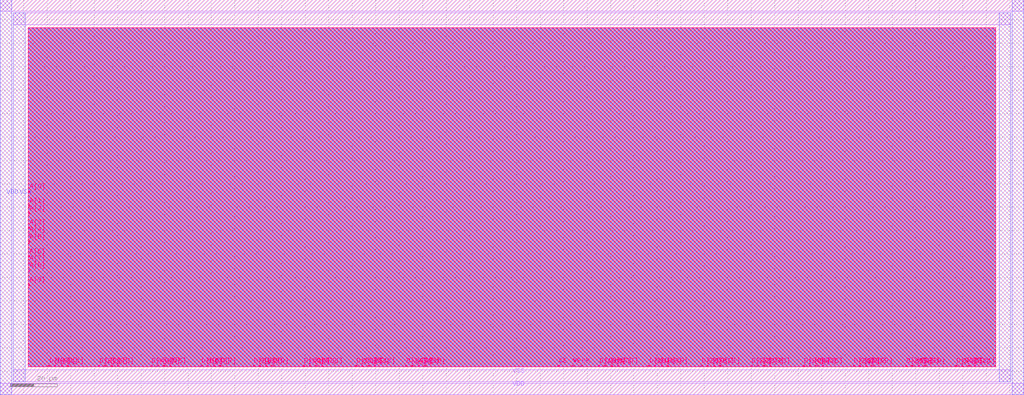
<source format=lef>
VERSION 5.6 ;
BUSBITCHARS "[]" ;
DIVIDERCHAR "/" ;

MACRO MEM1_1024X32
  CLASS BLOCK ;
  ORIGIN 0 0 ;
  FOREIGN MEM1_1024X32 0 0 ;
  SIZE 436.145 BY 168.5 ;
  SYMMETRY X Y R90 ;
  PIN A[0]
    DIRECTION INPUT ;
    USE SIGNAL ;
    PORT
      LAYER Metal5 ;
        RECT 12 86.31 12.66 86.97 ;
      LAYER Metal6 ;
        RECT 12 86.31 12.66 86.97 ;
      LAYER Metal3 ;
        RECT 12 86.31 12.66 86.97 ;
      LAYER Metal4 ;
        RECT 12 86.31 12.66 86.97 ;
    END
  END A[0]
  PIN A[1]
    DIRECTION INPUT ;
    USE SIGNAL ;
    PORT
      LAYER Metal5 ;
        RECT 12 80.19 12.66 80.85 ;
      LAYER Metal6 ;
        RECT 12 80.19 12.66 80.85 ;
      LAYER Metal3 ;
        RECT 12 80.19 12.66 80.85 ;
      LAYER Metal4 ;
        RECT 12 80.19 12.66 80.85 ;
    END
  END A[1]
  PIN A[2]
    DIRECTION INPUT ;
    USE SIGNAL ;
    PORT
      LAYER Metal5 ;
        RECT 12 77.09 12.66 77.75 ;
      LAYER Metal6 ;
        RECT 12 77.09 12.66 77.75 ;
      LAYER Metal3 ;
        RECT 12 77.09 12.66 77.75 ;
      LAYER Metal4 ;
        RECT 12 77.09 12.66 77.75 ;
    END
  END A[2]
  PIN A[3]
    DIRECTION INPUT ;
    USE SIGNAL ;
    PORT
      LAYER Metal5 ;
        RECT 12 70.97 12.66 71.63 ;
      LAYER Metal6 ;
        RECT 12 70.97 12.66 71.63 ;
      LAYER Metal3 ;
        RECT 12 70.97 12.66 71.63 ;
      LAYER Metal4 ;
        RECT 12 70.97 12.66 71.63 ;
    END
  END A[3]
  PIN A[4]
    DIRECTION INPUT ;
    USE SIGNAL ;
    PORT
      LAYER Metal5 ;
        RECT 12 67.95 12.66 68.61 ;
      LAYER Metal6 ;
        RECT 12 67.95 12.66 68.61 ;
      LAYER Metal3 ;
        RECT 12 67.95 12.66 68.61 ;
      LAYER Metal4 ;
        RECT 12 67.95 12.66 68.61 ;
    END
  END A[4]
  PIN A[5]
    DIRECTION INPUT ;
    USE SIGNAL ;
    PORT
      LAYER Metal5 ;
        RECT 12 64.85 12.66 65.51 ;
      LAYER Metal6 ;
        RECT 12 64.85 12.66 65.51 ;
      LAYER Metal3 ;
        RECT 12 64.85 12.66 65.51 ;
      LAYER Metal4 ;
        RECT 12 64.85 12.66 65.51 ;
    END
  END A[5]
  PIN A[6]
    DIRECTION INPUT ;
    USE SIGNAL ;
    PORT
      LAYER Metal5 ;
        RECT 12 58.73 12.66 59.39 ;
      LAYER Metal6 ;
        RECT 12 58.73 12.66 59.39 ;
      LAYER Metal3 ;
        RECT 12 58.73 12.66 59.39 ;
      LAYER Metal4 ;
        RECT 12 58.73 12.66 59.39 ;
    END
  END A[6]
  PIN A[7]
    DIRECTION INPUT ;
    USE SIGNAL ;
    PORT
      LAYER Metal5 ;
        RECT 12 55.71 12.66 56.37 ;
      LAYER Metal6 ;
        RECT 12 55.71 12.66 56.37 ;
      LAYER Metal3 ;
        RECT 12 55.71 12.66 56.37 ;
      LAYER Metal4 ;
        RECT 12 55.71 12.66 56.37 ;
    END
  END A[7]
  PIN A[8]
    DIRECTION INPUT ;
    USE SIGNAL ;
    PORT
      LAYER Metal5 ;
        RECT 12 52.61 12.66 53.27 ;
      LAYER Metal6 ;
        RECT 12 52.61 12.66 53.27 ;
      LAYER Metal3 ;
        RECT 12 52.61 12.66 53.27 ;
      LAYER Metal4 ;
        RECT 12 52.61 12.66 53.27 ;
    END
  END A[8]
  PIN A[9]
    DIRECTION INPUT ;
    USE SIGNAL ;
    PORT
      LAYER Metal5 ;
        RECT 12 46.49 12.66 47.15 ;
      LAYER Metal6 ;
        RECT 12 46.49 12.66 47.15 ;
      LAYER Metal3 ;
        RECT 12 46.49 12.66 47.15 ;
      LAYER Metal4 ;
        RECT 12 46.49 12.66 47.15 ;
    END
  END A[9]
  PIN CE
    DIRECTION INPUT ;
    USE SIGNAL ;
    PORT
      LAYER Metal5 ;
        RECT 237.615 12 238.275 12.66 ;
      LAYER Metal6 ;
        RECT 237.615 12 238.275 12.66 ;
      LAYER Metal3 ;
        RECT 237.615 12 238.275 12.66 ;
      LAYER Metal4 ;
        RECT 237.615 12 238.275 12.66 ;
    END
  END CE
  PIN CK
    DIRECTION INPUT ;
    USE CLOCK ;
    PORT
      LAYER Metal5 ;
        RECT 247.36 12 248.02 12.66 ;
      LAYER Metal6 ;
        RECT 247.36 12 248.02 12.66 ;
      LAYER Metal3 ;
        RECT 247.36 12 248.02 12.66 ;
      LAYER Metal4 ;
        RECT 247.36 12 248.02 12.66 ;
    END
  END CK
  PIN D[0]
    DIRECTION INPUT ;
    USE SIGNAL ;
    PORT
      LAYER Metal5 ;
        RECT 20.48 12 21.14 12.66 ;
      LAYER Metal6 ;
        RECT 20.48 12 21.14 12.66 ;
      LAYER Metal3 ;
        RECT 20.48 12 21.14 12.66 ;
      LAYER Metal4 ;
        RECT 20.48 12 21.14 12.66 ;
    END
  END D[0]
  PIN D[10]
    DIRECTION INPUT ;
    USE SIGNAL ;
    PORT
      LAYER Metal5 ;
        RECT 129 12 129.66 12.66 ;
      LAYER Metal6 ;
        RECT 129 12 129.66 12.66 ;
      LAYER Metal3 ;
        RECT 129 12 129.66 12.66 ;
      LAYER Metal4 ;
        RECT 129 12 129.66 12.66 ;
    END
  END D[10]
  PIN D[11]
    DIRECTION INPUT ;
    USE SIGNAL ;
    PORT
      LAYER Metal5 ;
        RECT 137.04 12 137.7 12.66 ;
      LAYER Metal6 ;
        RECT 137.04 12 137.7 12.66 ;
      LAYER Metal3 ;
        RECT 137.04 12 137.7 12.66 ;
      LAYER Metal4 ;
        RECT 137.04 12 137.7 12.66 ;
    END
  END D[11]
  PIN D[12]
    DIRECTION INPUT ;
    USE SIGNAL ;
    PORT
      LAYER Metal5 ;
        RECT 151.34 12 152 12.66 ;
      LAYER Metal6 ;
        RECT 151.34 12 152 12.66 ;
      LAYER Metal3 ;
        RECT 151.34 12 152 12.66 ;
      LAYER Metal4 ;
        RECT 151.34 12 152 12.66 ;
    END
  END D[12]
  PIN D[13]
    DIRECTION INPUT ;
    USE SIGNAL ;
    PORT
      LAYER Metal5 ;
        RECT 159.38 12 160.04 12.66 ;
      LAYER Metal6 ;
        RECT 159.38 12 160.04 12.66 ;
      LAYER Metal3 ;
        RECT 159.38 12 160.04 12.66 ;
      LAYER Metal4 ;
        RECT 159.38 12 160.04 12.66 ;
    END
  END D[13]
  PIN D[14]
    DIRECTION INPUT ;
    USE SIGNAL ;
    PORT
      LAYER Metal5 ;
        RECT 172.62 12 173.28 12.66 ;
      LAYER Metal6 ;
        RECT 172.62 12 173.28 12.66 ;
      LAYER Metal3 ;
        RECT 172.62 12 173.28 12.66 ;
      LAYER Metal4 ;
        RECT 172.62 12 173.28 12.66 ;
    END
  END D[14]
  PIN D[15]
    DIRECTION INPUT ;
    USE SIGNAL ;
    PORT
      LAYER Metal5 ;
        RECT 180.66 12 181.32 12.66 ;
      LAYER Metal6 ;
        RECT 180.66 12 181.32 12.66 ;
      LAYER Metal3 ;
        RECT 180.66 12 181.32 12.66 ;
      LAYER Metal4 ;
        RECT 180.66 12 181.32 12.66 ;
    END
  END D[15]
  PIN D[16]
    DIRECTION INPUT ;
    USE SIGNAL ;
    PORT
      LAYER Metal5 ;
        RECT 254.825 12 255.485 12.66 ;
      LAYER Metal6 ;
        RECT 254.825 12 255.485 12.66 ;
      LAYER Metal3 ;
        RECT 254.825 12 255.485 12.66 ;
      LAYER Metal4 ;
        RECT 254.825 12 255.485 12.66 ;
    END
  END D[16]
  PIN D[17]
    DIRECTION INPUT ;
    USE SIGNAL ;
    PORT
      LAYER Metal5 ;
        RECT 262.865 12 263.525 12.66 ;
      LAYER Metal6 ;
        RECT 262.865 12 263.525 12.66 ;
      LAYER Metal3 ;
        RECT 262.865 12 263.525 12.66 ;
      LAYER Metal4 ;
        RECT 262.865 12 263.525 12.66 ;
    END
  END D[17]
  PIN D[18]
    DIRECTION INPUT ;
    USE SIGNAL ;
    PORT
      LAYER Metal5 ;
        RECT 276.105 12 276.765 12.66 ;
      LAYER Metal6 ;
        RECT 276.105 12 276.765 12.66 ;
      LAYER Metal3 ;
        RECT 276.105 12 276.765 12.66 ;
      LAYER Metal4 ;
        RECT 276.105 12 276.765 12.66 ;
    END
  END D[18]
  PIN D[19]
    DIRECTION INPUT ;
    USE SIGNAL ;
    PORT
      LAYER Metal5 ;
        RECT 284.145 12 284.805 12.66 ;
      LAYER Metal6 ;
        RECT 284.145 12 284.805 12.66 ;
      LAYER Metal3 ;
        RECT 284.145 12 284.805 12.66 ;
      LAYER Metal4 ;
        RECT 284.145 12 284.805 12.66 ;
    END
  END D[19]
  PIN D[1]
    DIRECTION INPUT ;
    USE SIGNAL ;
    PORT
      LAYER Metal5 ;
        RECT 28.52 12 29.18 12.66 ;
      LAYER Metal6 ;
        RECT 28.52 12 29.18 12.66 ;
      LAYER Metal3 ;
        RECT 28.52 12 29.18 12.66 ;
      LAYER Metal4 ;
        RECT 28.52 12 29.18 12.66 ;
    END
  END D[1]
  PIN D[20]
    DIRECTION INPUT ;
    USE SIGNAL ;
    PORT
      LAYER Metal5 ;
        RECT 298.445 12 299.105 12.66 ;
      LAYER Metal6 ;
        RECT 298.445 12 299.105 12.66 ;
      LAYER Metal3 ;
        RECT 298.445 12 299.105 12.66 ;
      LAYER Metal4 ;
        RECT 298.445 12 299.105 12.66 ;
    END
  END D[20]
  PIN D[21]
    DIRECTION INPUT ;
    USE SIGNAL ;
    PORT
      LAYER Metal5 ;
        RECT 306.485 12 307.145 12.66 ;
      LAYER Metal6 ;
        RECT 306.485 12 307.145 12.66 ;
      LAYER Metal3 ;
        RECT 306.485 12 307.145 12.66 ;
      LAYER Metal4 ;
        RECT 306.485 12 307.145 12.66 ;
    END
  END D[21]
  PIN D[22]
    DIRECTION INPUT ;
    USE SIGNAL ;
    PORT
      LAYER Metal5 ;
        RECT 319.725 12 320.385 12.66 ;
      LAYER Metal6 ;
        RECT 319.725 12 320.385 12.66 ;
      LAYER Metal3 ;
        RECT 319.725 12 320.385 12.66 ;
      LAYER Metal4 ;
        RECT 319.725 12 320.385 12.66 ;
    END
  END D[22]
  PIN D[23]
    DIRECTION INPUT ;
    USE SIGNAL ;
    PORT
      LAYER Metal5 ;
        RECT 327.765 12 328.425 12.66 ;
      LAYER Metal6 ;
        RECT 327.765 12 328.425 12.66 ;
      LAYER Metal3 ;
        RECT 327.765 12 328.425 12.66 ;
      LAYER Metal4 ;
        RECT 327.765 12 328.425 12.66 ;
    END
  END D[23]
  PIN D[24]
    DIRECTION INPUT ;
    USE SIGNAL ;
    PORT
      LAYER Metal5 ;
        RECT 342.065 12 342.725 12.66 ;
      LAYER Metal6 ;
        RECT 342.065 12 342.725 12.66 ;
      LAYER Metal3 ;
        RECT 342.065 12 342.725 12.66 ;
      LAYER Metal4 ;
        RECT 342.065 12 342.725 12.66 ;
    END
  END D[24]
  PIN D[25]
    DIRECTION INPUT ;
    USE SIGNAL ;
    PORT
      LAYER Metal5 ;
        RECT 350.105 12 350.765 12.66 ;
      LAYER Metal6 ;
        RECT 350.105 12 350.765 12.66 ;
      LAYER Metal3 ;
        RECT 350.105 12 350.765 12.66 ;
      LAYER Metal4 ;
        RECT 350.105 12 350.765 12.66 ;
    END
  END D[25]
  PIN D[26]
    DIRECTION INPUT ;
    USE SIGNAL ;
    PORT
      LAYER Metal5 ;
        RECT 363.345 12 364.005 12.66 ;
      LAYER Metal6 ;
        RECT 363.345 12 364.005 12.66 ;
      LAYER Metal3 ;
        RECT 363.345 12 364.005 12.66 ;
      LAYER Metal4 ;
        RECT 363.345 12 364.005 12.66 ;
    END
  END D[26]
  PIN D[27]
    DIRECTION INPUT ;
    USE SIGNAL ;
    PORT
      LAYER Metal5 ;
        RECT 371.385 12 372.045 12.66 ;
      LAYER Metal6 ;
        RECT 371.385 12 372.045 12.66 ;
      LAYER Metal3 ;
        RECT 371.385 12 372.045 12.66 ;
      LAYER Metal4 ;
        RECT 371.385 12 372.045 12.66 ;
    END
  END D[27]
  PIN D[28]
    DIRECTION INPUT ;
    USE SIGNAL ;
    PORT
      LAYER Metal5 ;
        RECT 385.685 12 386.345 12.66 ;
      LAYER Metal6 ;
        RECT 385.685 12 386.345 12.66 ;
      LAYER Metal3 ;
        RECT 385.685 12 386.345 12.66 ;
      LAYER Metal4 ;
        RECT 385.685 12 386.345 12.66 ;
    END
  END D[28]
  PIN D[29]
    DIRECTION INPUT ;
    USE SIGNAL ;
    PORT
      LAYER Metal5 ;
        RECT 393.725 12 394.385 12.66 ;
      LAYER Metal6 ;
        RECT 393.725 12 394.385 12.66 ;
      LAYER Metal3 ;
        RECT 393.725 12 394.385 12.66 ;
      LAYER Metal4 ;
        RECT 393.725 12 394.385 12.66 ;
    END
  END D[29]
  PIN D[2]
    DIRECTION INPUT ;
    USE SIGNAL ;
    PORT
      LAYER Metal5 ;
        RECT 41.76 12 42.42 12.66 ;
      LAYER Metal6 ;
        RECT 41.76 12 42.42 12.66 ;
      LAYER Metal3 ;
        RECT 41.76 12 42.42 12.66 ;
      LAYER Metal4 ;
        RECT 41.76 12 42.42 12.66 ;
    END
  END D[2]
  PIN D[30]
    DIRECTION INPUT ;
    USE SIGNAL ;
    PORT
      LAYER Metal5 ;
        RECT 406.965 12 407.625 12.66 ;
      LAYER Metal6 ;
        RECT 406.965 12 407.625 12.66 ;
      LAYER Metal3 ;
        RECT 406.965 12 407.625 12.66 ;
      LAYER Metal4 ;
        RECT 406.965 12 407.625 12.66 ;
    END
  END D[30]
  PIN D[31]
    DIRECTION INPUT ;
    USE SIGNAL ;
    PORT
      LAYER Metal5 ;
        RECT 415.005 12 415.665 12.66 ;
      LAYER Metal6 ;
        RECT 415.005 12 415.665 12.66 ;
      LAYER Metal3 ;
        RECT 415.005 12 415.665 12.66 ;
      LAYER Metal4 ;
        RECT 415.005 12 415.665 12.66 ;
    END
  END D[31]
  PIN D[3]
    DIRECTION INPUT ;
    USE SIGNAL ;
    PORT
      LAYER Metal5 ;
        RECT 49.8 12 50.46 12.66 ;
      LAYER Metal6 ;
        RECT 49.8 12 50.46 12.66 ;
      LAYER Metal3 ;
        RECT 49.8 12 50.46 12.66 ;
      LAYER Metal4 ;
        RECT 49.8 12 50.46 12.66 ;
    END
  END D[3]
  PIN D[4]
    DIRECTION INPUT ;
    USE SIGNAL ;
    PORT
      LAYER Metal5 ;
        RECT 64.1 12 64.76 12.66 ;
      LAYER Metal6 ;
        RECT 64.1 12 64.76 12.66 ;
      LAYER Metal3 ;
        RECT 64.1 12 64.76 12.66 ;
      LAYER Metal4 ;
        RECT 64.1 12 64.76 12.66 ;
    END
  END D[4]
  PIN D[5]
    DIRECTION INPUT ;
    USE SIGNAL ;
    PORT
      LAYER Metal5 ;
        RECT 72.14 12 72.8 12.66 ;
      LAYER Metal6 ;
        RECT 72.14 12 72.8 12.66 ;
      LAYER Metal3 ;
        RECT 72.14 12 72.8 12.66 ;
      LAYER Metal4 ;
        RECT 72.14 12 72.8 12.66 ;
    END
  END D[5]
  PIN D[6]
    DIRECTION INPUT ;
    USE SIGNAL ;
    PORT
      LAYER Metal5 ;
        RECT 85.38 12 86.04 12.66 ;
      LAYER Metal6 ;
        RECT 85.38 12 86.04 12.66 ;
      LAYER Metal3 ;
        RECT 85.38 12 86.04 12.66 ;
      LAYER Metal4 ;
        RECT 85.38 12 86.04 12.66 ;
    END
  END D[6]
  PIN D[7]
    DIRECTION INPUT ;
    USE SIGNAL ;
    PORT
      LAYER Metal5 ;
        RECT 93.42 12 94.08 12.66 ;
      LAYER Metal6 ;
        RECT 93.42 12 94.08 12.66 ;
      LAYER Metal3 ;
        RECT 93.42 12 94.08 12.66 ;
      LAYER Metal4 ;
        RECT 93.42 12 94.08 12.66 ;
    END
  END D[7]
  PIN D[8]
    DIRECTION INPUT ;
    USE SIGNAL ;
    PORT
      LAYER Metal5 ;
        RECT 107.72 12 108.38 12.66 ;
      LAYER Metal6 ;
        RECT 107.72 12 108.38 12.66 ;
      LAYER Metal3 ;
        RECT 107.72 12 108.38 12.66 ;
      LAYER Metal4 ;
        RECT 107.72 12 108.38 12.66 ;
    END
  END D[8]
  PIN D[9]
    DIRECTION INPUT ;
    USE SIGNAL ;
    PORT
      LAYER Metal5 ;
        RECT 115.76 12 116.42 12.66 ;
      LAYER Metal6 ;
        RECT 115.76 12 116.42 12.66 ;
      LAYER Metal3 ;
        RECT 115.76 12 116.42 12.66 ;
      LAYER Metal4 ;
        RECT 115.76 12 116.42 12.66 ;
    END
  END D[9]
  PIN Q[0]
    DIRECTION OUTPUT ;
    USE SIGNAL ;
    PORT
      LAYER Metal5 ;
        RECT 23.06 12 23.72 12.66 ;
      LAYER Metal6 ;
        RECT 23.06 12 23.72 12.66 ;
      LAYER Metal3 ;
        RECT 23.06 12 23.72 12.66 ;
      LAYER Metal4 ;
        RECT 23.06 12 23.72 12.66 ;
    END
  END Q[0]
  PIN Q[10]
    DIRECTION OUTPUT ;
    USE SIGNAL ;
    PORT
      LAYER Metal5 ;
        RECT 131.58 12 132.24 12.66 ;
      LAYER Metal6 ;
        RECT 131.58 12 132.24 12.66 ;
      LAYER Metal3 ;
        RECT 131.58 12 132.24 12.66 ;
      LAYER Metal4 ;
        RECT 131.58 12 132.24 12.66 ;
    END
  END Q[10]
  PIN Q[11]
    DIRECTION OUTPUT ;
    USE SIGNAL ;
    PORT
      LAYER Metal5 ;
        RECT 134.46 12 135.12 12.66 ;
      LAYER Metal6 ;
        RECT 134.46 12 135.12 12.66 ;
      LAYER Metal3 ;
        RECT 134.46 12 135.12 12.66 ;
      LAYER Metal4 ;
        RECT 134.46 12 135.12 12.66 ;
    END
  END Q[11]
  PIN Q[12]
    DIRECTION OUTPUT ;
    USE SIGNAL ;
    PORT
      LAYER Metal5 ;
        RECT 153.92 12 154.58 12.66 ;
      LAYER Metal6 ;
        RECT 153.92 12 154.58 12.66 ;
      LAYER Metal3 ;
        RECT 153.92 12 154.58 12.66 ;
      LAYER Metal4 ;
        RECT 153.92 12 154.58 12.66 ;
    END
  END Q[12]
  PIN Q[13]
    DIRECTION OUTPUT ;
    USE SIGNAL ;
    PORT
      LAYER Metal5 ;
        RECT 156.8 12 157.46 12.66 ;
      LAYER Metal6 ;
        RECT 156.8 12 157.46 12.66 ;
      LAYER Metal3 ;
        RECT 156.8 12 157.46 12.66 ;
      LAYER Metal4 ;
        RECT 156.8 12 157.46 12.66 ;
    END
  END Q[13]
  PIN Q[14]
    DIRECTION OUTPUT ;
    USE SIGNAL ;
    PORT
      LAYER Metal5 ;
        RECT 175.2 12 175.86 12.66 ;
      LAYER Metal6 ;
        RECT 175.2 12 175.86 12.66 ;
      LAYER Metal3 ;
        RECT 175.2 12 175.86 12.66 ;
      LAYER Metal4 ;
        RECT 175.2 12 175.86 12.66 ;
    END
  END Q[14]
  PIN Q[15]
    DIRECTION OUTPUT ;
    USE SIGNAL ;
    PORT
      LAYER Metal5 ;
        RECT 178.08 12 178.74 12.66 ;
      LAYER Metal6 ;
        RECT 178.08 12 178.74 12.66 ;
      LAYER Metal3 ;
        RECT 178.08 12 178.74 12.66 ;
      LAYER Metal4 ;
        RECT 178.08 12 178.74 12.66 ;
    END
  END Q[15]
  PIN Q[16]
    DIRECTION OUTPUT ;
    USE SIGNAL ;
    PORT
      LAYER Metal5 ;
        RECT 257.405 12 258.065 12.66 ;
      LAYER Metal6 ;
        RECT 257.405 12 258.065 12.66 ;
      LAYER Metal3 ;
        RECT 257.405 12 258.065 12.66 ;
      LAYER Metal4 ;
        RECT 257.405 12 258.065 12.66 ;
    END
  END Q[16]
  PIN Q[17]
    DIRECTION OUTPUT ;
    USE SIGNAL ;
    PORT
      LAYER Metal5 ;
        RECT 260.285 12 260.945 12.66 ;
      LAYER Metal6 ;
        RECT 260.285 12 260.945 12.66 ;
      LAYER Metal3 ;
        RECT 260.285 12 260.945 12.66 ;
      LAYER Metal4 ;
        RECT 260.285 12 260.945 12.66 ;
    END
  END Q[17]
  PIN Q[18]
    DIRECTION OUTPUT ;
    USE SIGNAL ;
    PORT
      LAYER Metal5 ;
        RECT 278.685 12 279.345 12.66 ;
      LAYER Metal6 ;
        RECT 278.685 12 279.345 12.66 ;
      LAYER Metal3 ;
        RECT 278.685 12 279.345 12.66 ;
      LAYER Metal4 ;
        RECT 278.685 12 279.345 12.66 ;
    END
  END Q[18]
  PIN Q[19]
    DIRECTION OUTPUT ;
    USE SIGNAL ;
    PORT
      LAYER Metal5 ;
        RECT 281.565 12 282.225 12.66 ;
      LAYER Metal6 ;
        RECT 281.565 12 282.225 12.66 ;
      LAYER Metal3 ;
        RECT 281.565 12 282.225 12.66 ;
      LAYER Metal4 ;
        RECT 281.565 12 282.225 12.66 ;
    END
  END Q[19]
  PIN Q[1]
    DIRECTION OUTPUT ;
    USE SIGNAL ;
    PORT
      LAYER Metal5 ;
        RECT 25.94 12 26.6 12.66 ;
      LAYER Metal6 ;
        RECT 25.94 12 26.6 12.66 ;
      LAYER Metal3 ;
        RECT 25.94 12 26.6 12.66 ;
      LAYER Metal4 ;
        RECT 25.94 12 26.6 12.66 ;
    END
  END Q[1]
  PIN Q[20]
    DIRECTION OUTPUT ;
    USE SIGNAL ;
    PORT
      LAYER Metal5 ;
        RECT 301.025 12 301.685 12.66 ;
      LAYER Metal6 ;
        RECT 301.025 12 301.685 12.66 ;
      LAYER Metal3 ;
        RECT 301.025 12 301.685 12.66 ;
      LAYER Metal4 ;
        RECT 301.025 12 301.685 12.66 ;
    END
  END Q[20]
  PIN Q[21]
    DIRECTION OUTPUT ;
    USE SIGNAL ;
    PORT
      LAYER Metal5 ;
        RECT 303.905 12 304.565 12.66 ;
      LAYER Metal6 ;
        RECT 303.905 12 304.565 12.66 ;
      LAYER Metal3 ;
        RECT 303.905 12 304.565 12.66 ;
      LAYER Metal4 ;
        RECT 303.905 12 304.565 12.66 ;
    END
  END Q[21]
  PIN Q[22]
    DIRECTION OUTPUT ;
    USE SIGNAL ;
    PORT
      LAYER Metal5 ;
        RECT 322.305 12 322.965 12.66 ;
      LAYER Metal6 ;
        RECT 322.305 12 322.965 12.66 ;
      LAYER Metal3 ;
        RECT 322.305 12 322.965 12.66 ;
      LAYER Metal4 ;
        RECT 322.305 12 322.965 12.66 ;
    END
  END Q[22]
  PIN Q[23]
    DIRECTION OUTPUT ;
    USE SIGNAL ;
    PORT
      LAYER Metal5 ;
        RECT 325.185 12 325.845 12.66 ;
      LAYER Metal6 ;
        RECT 325.185 12 325.845 12.66 ;
      LAYER Metal3 ;
        RECT 325.185 12 325.845 12.66 ;
      LAYER Metal4 ;
        RECT 325.185 12 325.845 12.66 ;
    END
  END Q[23]
  PIN Q[24]
    DIRECTION OUTPUT ;
    USE SIGNAL ;
    PORT
      LAYER Metal5 ;
        RECT 344.645 12 345.305 12.66 ;
      LAYER Metal6 ;
        RECT 344.645 12 345.305 12.66 ;
      LAYER Metal3 ;
        RECT 344.645 12 345.305 12.66 ;
      LAYER Metal4 ;
        RECT 344.645 12 345.305 12.66 ;
    END
  END Q[24]
  PIN Q[25]
    DIRECTION OUTPUT ;
    USE SIGNAL ;
    PORT
      LAYER Metal5 ;
        RECT 347.525 12 348.185 12.66 ;
      LAYER Metal6 ;
        RECT 347.525 12 348.185 12.66 ;
      LAYER Metal3 ;
        RECT 347.525 12 348.185 12.66 ;
      LAYER Metal4 ;
        RECT 347.525 12 348.185 12.66 ;
    END
  END Q[25]
  PIN Q[26]
    DIRECTION OUTPUT ;
    USE SIGNAL ;
    PORT
      LAYER Metal5 ;
        RECT 365.925 12 366.585 12.66 ;
      LAYER Metal6 ;
        RECT 365.925 12 366.585 12.66 ;
      LAYER Metal3 ;
        RECT 365.925 12 366.585 12.66 ;
      LAYER Metal4 ;
        RECT 365.925 12 366.585 12.66 ;
    END
  END Q[26]
  PIN Q[27]
    DIRECTION OUTPUT ;
    USE SIGNAL ;
    PORT
      LAYER Metal5 ;
        RECT 368.805 12 369.465 12.66 ;
      LAYER Metal6 ;
        RECT 368.805 12 369.465 12.66 ;
      LAYER Metal3 ;
        RECT 368.805 12 369.465 12.66 ;
      LAYER Metal4 ;
        RECT 368.805 12 369.465 12.66 ;
    END
  END Q[27]
  PIN Q[28]
    DIRECTION OUTPUT ;
    USE SIGNAL ;
    PORT
      LAYER Metal5 ;
        RECT 388.265 12 388.925 12.66 ;
      LAYER Metal6 ;
        RECT 388.265 12 388.925 12.66 ;
      LAYER Metal3 ;
        RECT 388.265 12 388.925 12.66 ;
      LAYER Metal4 ;
        RECT 388.265 12 388.925 12.66 ;
    END
  END Q[28]
  PIN Q[29]
    DIRECTION OUTPUT ;
    USE SIGNAL ;
    PORT
      LAYER Metal5 ;
        RECT 391.145 12 391.805 12.66 ;
      LAYER Metal6 ;
        RECT 391.145 12 391.805 12.66 ;
      LAYER Metal3 ;
        RECT 391.145 12 391.805 12.66 ;
      LAYER Metal4 ;
        RECT 391.145 12 391.805 12.66 ;
    END
  END Q[29]
  PIN Q[2]
    DIRECTION OUTPUT ;
    USE SIGNAL ;
    PORT
      LAYER Metal5 ;
        RECT 44.34 12 45 12.66 ;
      LAYER Metal6 ;
        RECT 44.34 12 45 12.66 ;
      LAYER Metal3 ;
        RECT 44.34 12 45 12.66 ;
      LAYER Metal4 ;
        RECT 44.34 12 45 12.66 ;
    END
  END Q[2]
  PIN Q[30]
    DIRECTION OUTPUT ;
    USE SIGNAL ;
    PORT
      LAYER Metal5 ;
        RECT 409.545 12 410.205 12.66 ;
      LAYER Metal6 ;
        RECT 409.545 12 410.205 12.66 ;
      LAYER Metal3 ;
        RECT 409.545 12 410.205 12.66 ;
      LAYER Metal4 ;
        RECT 409.545 12 410.205 12.66 ;
    END
  END Q[30]
  PIN Q[31]
    DIRECTION OUTPUT ;
    USE SIGNAL ;
    PORT
      LAYER Metal5 ;
        RECT 412.425 12 413.085 12.66 ;
      LAYER Metal6 ;
        RECT 412.425 12 413.085 12.66 ;
      LAYER Metal3 ;
        RECT 412.425 12 413.085 12.66 ;
      LAYER Metal4 ;
        RECT 412.425 12 413.085 12.66 ;
    END
  END Q[31]
  PIN Q[3]
    DIRECTION OUTPUT ;
    USE SIGNAL ;
    PORT
      LAYER Metal5 ;
        RECT 47.22 12 47.88 12.66 ;
      LAYER Metal6 ;
        RECT 47.22 12 47.88 12.66 ;
      LAYER Metal3 ;
        RECT 47.22 12 47.88 12.66 ;
      LAYER Metal4 ;
        RECT 47.22 12 47.88 12.66 ;
    END
  END Q[3]
  PIN Q[4]
    DIRECTION OUTPUT ;
    USE SIGNAL ;
    PORT
      LAYER Metal5 ;
        RECT 66.68 12 67.34 12.66 ;
      LAYER Metal6 ;
        RECT 66.68 12 67.34 12.66 ;
      LAYER Metal3 ;
        RECT 66.68 12 67.34 12.66 ;
      LAYER Metal4 ;
        RECT 66.68 12 67.34 12.66 ;
    END
  END Q[4]
  PIN Q[5]
    DIRECTION OUTPUT ;
    USE SIGNAL ;
    PORT
      LAYER Metal5 ;
        RECT 69.56 12 70.22 12.66 ;
      LAYER Metal6 ;
        RECT 69.56 12 70.22 12.66 ;
      LAYER Metal3 ;
        RECT 69.56 12 70.22 12.66 ;
      LAYER Metal4 ;
        RECT 69.56 12 70.22 12.66 ;
    END
  END Q[5]
  PIN Q[6]
    DIRECTION OUTPUT ;
    USE SIGNAL ;
    PORT
      LAYER Metal5 ;
        RECT 87.96 12 88.62 12.66 ;
      LAYER Metal6 ;
        RECT 87.96 12 88.62 12.66 ;
      LAYER Metal3 ;
        RECT 87.96 12 88.62 12.66 ;
      LAYER Metal4 ;
        RECT 87.96 12 88.62 12.66 ;
    END
  END Q[6]
  PIN Q[7]
    DIRECTION OUTPUT ;
    USE SIGNAL ;
    PORT
      LAYER Metal5 ;
        RECT 90.84 12 91.5 12.66 ;
      LAYER Metal6 ;
        RECT 90.84 12 91.5 12.66 ;
      LAYER Metal3 ;
        RECT 90.84 12 91.5 12.66 ;
      LAYER Metal4 ;
        RECT 90.84 12 91.5 12.66 ;
    END
  END Q[7]
  PIN Q[8]
    DIRECTION OUTPUT ;
    USE SIGNAL ;
    PORT
      LAYER Metal5 ;
        RECT 110.3 12 110.96 12.66 ;
      LAYER Metal6 ;
        RECT 110.3 12 110.96 12.66 ;
      LAYER Metal3 ;
        RECT 110.3 12 110.96 12.66 ;
      LAYER Metal4 ;
        RECT 110.3 12 110.96 12.66 ;
    END
  END Q[8]
  PIN Q[9]
    DIRECTION OUTPUT ;
    USE SIGNAL ;
    PORT
      LAYER Metal5 ;
        RECT 113.18 12 113.84 12.66 ;
      LAYER Metal6 ;
        RECT 113.18 12 113.84 12.66 ;
      LAYER Metal3 ;
        RECT 113.18 12 113.84 12.66 ;
      LAYER Metal4 ;
        RECT 113.18 12 113.84 12.66 ;
    END
  END Q[9]
  PIN WE
    DIRECTION INPUT ;
    USE SIGNAL ;
    PORT
      LAYER Metal5 ;
        RECT 243.66 12 244.32 12.66 ;
      LAYER Metal6 ;
        RECT 243.66 12 244.32 12.66 ;
      LAYER Metal3 ;
        RECT 243.66 12 244.32 12.66 ;
      LAYER Metal4 ;
        RECT 243.66 12 244.32 12.66 ;
    END
  END WE
  PIN VDD
    DIRECTION INOUT ;
    USE POWER ;
    SHAPE RING ;
    PORT
      LAYER Metal1 ;
        RECT 0 163.5 436.145 168.5 ;
        RECT 0 0 436.145 5 ;
      LAYER Metal2 ;
        RECT 431.145 0 436.145 168.5 ;
        RECT 0 0 5 168.5 ;
    END
  END VDD
  PIN VSS
    DIRECTION INOUT ;
    USE GROUND ;
    SHAPE RING ;
    PORT
      LAYER Metal1 ;
        RECT 5.6 157.9 430.545 162.9 ;
        RECT 5.6 5.6 430.545 10.6 ;
      LAYER Metal2 ;
        RECT 425.545 5.6 430.545 162.9 ;
        RECT 5.6 5.6 10.6 162.9 ;
    END
  END VSS
  OBS
    LAYER Metal1 ;
      RECT 12 12 424.135 156.495 ;
    LAYER Metal2 ;
      RECT 12 12 424.135 156.495 ;
    LAYER Metal3 ;
      RECT 12 12 424.135 156.495 ;
    LAYER Metal4 ;
      RECT 12 12 424.135 156.495 ;
    LAYER Metal5 ;
      RECT 12 12 424.135 156.495 ;
    LAYER Metal6 ;
      RECT 12 12 424.135 156.495 ;
  END
END MEM1_1024X32

END LIBRARY

</source>
